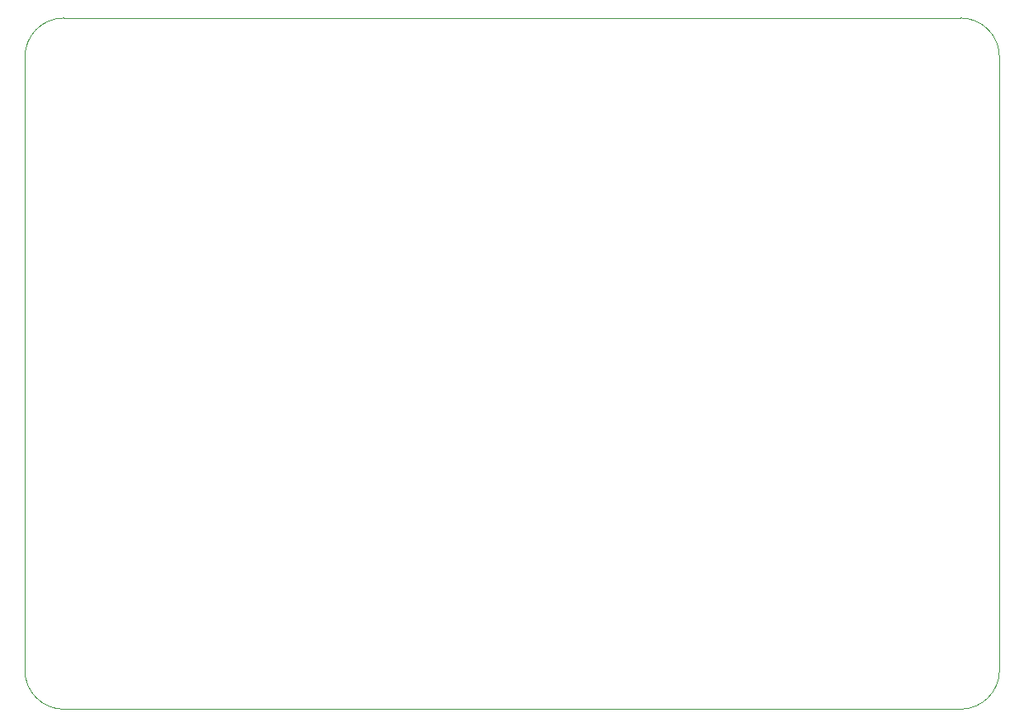
<source format=gbr>
G04 #@! TF.FileFunction,Profile,NP*
%FSLAX46Y46*%
G04 Gerber Fmt 4.6, Leading zero omitted, Abs format (unit mm)*
G04 Created by KiCad (PCBNEW 4.0.7-e2-6376~58~ubuntu16.04.1) date Thu Nov 16 15:14:13 2017*
%MOMM*%
%LPD*%
G01*
G04 APERTURE LIST*
%ADD10C,0.100000*%
G04 APERTURE END LIST*
D10*
X190000000Y-107000000D02*
X190000000Y-44000000D01*
X90000000Y-107000000D02*
X90000000Y-44000000D01*
X94000000Y-111000000D02*
X186000000Y-111000000D01*
X94000000Y-40000000D02*
X186000000Y-40000000D01*
X190000000Y-44000000D02*
G75*
G03X186000000Y-40000000I-4000000J0D01*
G01*
X186000000Y-111000000D02*
G75*
G03X190000000Y-107000000I0J4000000D01*
G01*
X90000000Y-107000000D02*
G75*
G03X94000000Y-111000000I4000000J0D01*
G01*
X94000000Y-40000000D02*
G75*
G03X90000000Y-44000000I0J-4000000D01*
G01*
M02*

</source>
